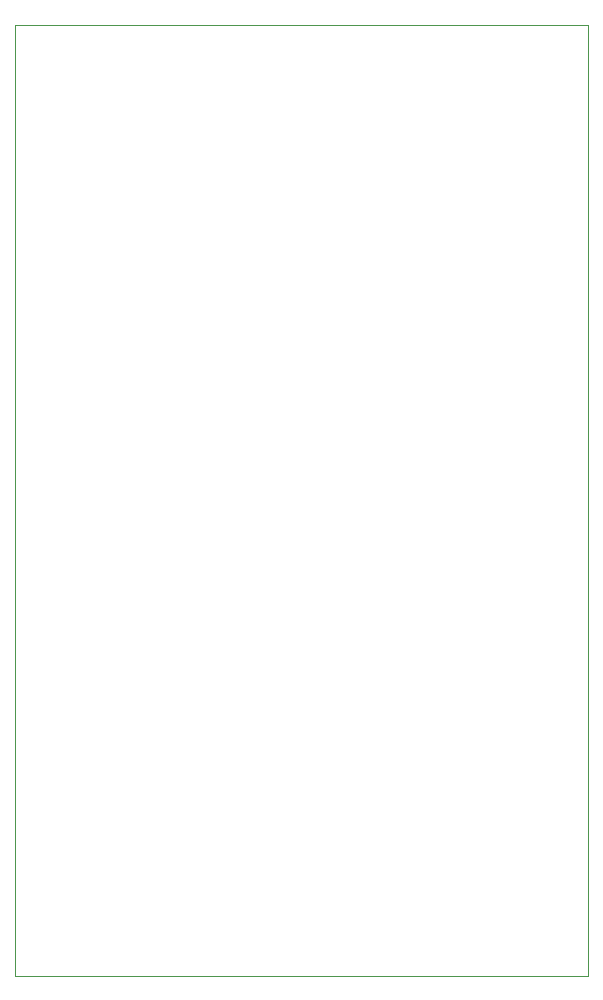
<source format=gbr>
%TF.GenerationSoftware,KiCad,Pcbnew,6.0.11-2627ca5db0~126~ubuntu20.04.1*%
%TF.CreationDate,2024-04-08T20:38:18+02:00*%
%TF.ProjectId,polyTimb64,706f6c79-5469-46d6-9236-342e6b696361,rev?*%
%TF.SameCoordinates,Original*%
%TF.FileFunction,Profile,NP*%
%FSLAX46Y46*%
G04 Gerber Fmt 4.6, Leading zero omitted, Abs format (unit mm)*
G04 Created by KiCad (PCBNEW 6.0.11-2627ca5db0~126~ubuntu20.04.1) date 2024-04-08 20:38:18*
%MOMM*%
%LPD*%
G01*
G04 APERTURE LIST*
%TA.AperFunction,Profile*%
%ADD10C,0.100000*%
%TD*%
G04 APERTURE END LIST*
D10*
X129540000Y-49022000D02*
X81026000Y-49022000D01*
X129540000Y-129540000D02*
X129540000Y-49022000D01*
X81026000Y-129540000D02*
X129540000Y-129540000D01*
X81026000Y-49022000D02*
X81026000Y-129540000D01*
M02*

</source>
